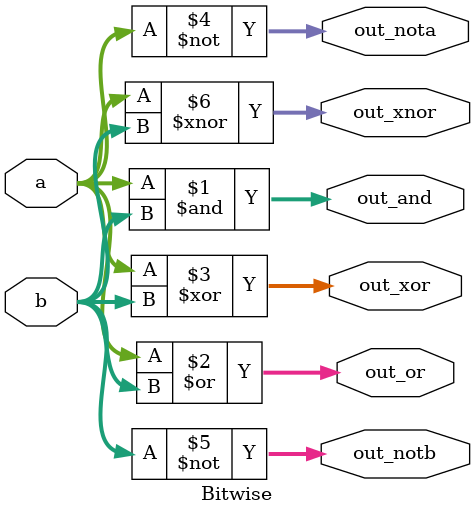
<source format=v>
module Bitwise(a,b,out_and,out_or,out_xor,out_nota,out_notb,out_xnor);
	input [3:0]a,b;
	output [3:0]out_and,out_or,out_xor,out_nota,out_notb,out_xnor;
	assign out_and = a & b;
	assign out_or = a | b;
	assign out_xor = a ^ b;
	assign out_nota = ~a;
	assign out_notb = ~b;
	assign out_xnor = a ^~ b;
endmodule

</source>
